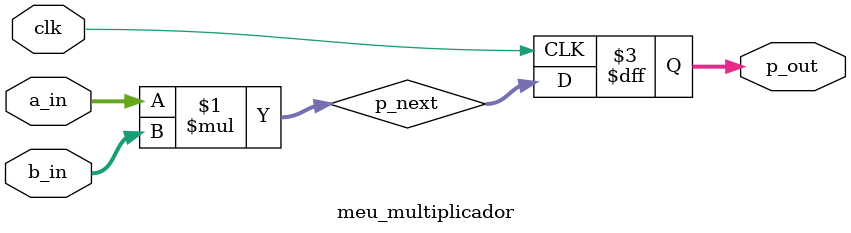
<source format=v>
module meu_multiplicador(
    input wire         clk,
    input wire [9:0]   a_in,  // Vem do a_reg
    input wire [8:0]   b_in,  // Vem do b_reg
    output reg [18:0]  p_out  // 3. Registrador de Destino (O ponto "To" da análise)
);

    wire [18:0] p_next;
    
    // --- ESTA É A LÓGICA QUE VAMOS MEDIR ---
    // É o caminho combinacional entre a_in/b_in e p_next
    assign p_next = a_in * b_in;
    // -------------------------------------

    // O registrador de destino captura o resultado
    always @(posedge clk) begin
        p_out <= p_next;
    end

endmodule
</source>
